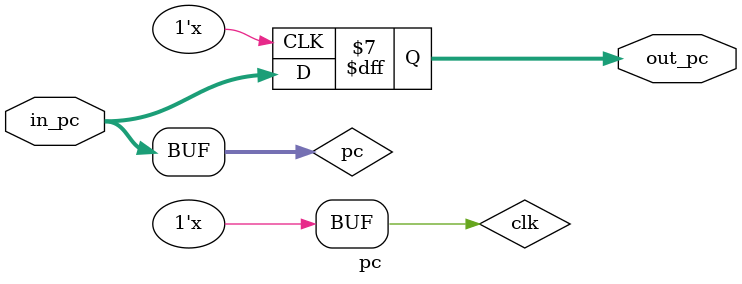
<source format=v>
module pc(in_pc, out_pc);

  input [31:0]in_pc;
  reg [31:0]pc = 0;
  reg clk = 0;
  output [31:0]out_pc;

  always
  begin
    #10;
    clk=~clk;
  end

  always@(in_pc)
  begin
    pc = in_pc;
  end

  always@(posedge clk)
  begin
    out_pc = pc;
  end

endmodule
</source>
